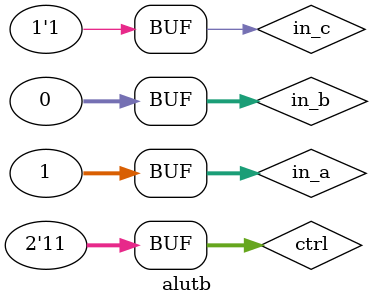
<source format=v>
`timescale 1ns / 1ps


module alutb(

    );
    reg [31:0] in_a, in_b;
    reg in_c;
    reg [1:0] ctrl;
    wire [31:0] alu_out;
    wire c_out;
    
    alu32bit uut(.in_a(in_a), .in_b(in_b), .in_c(in_c), .ctrl(ctrl), .c_out(c_out),
                .alu_out(alu_out));
                
    initial
    begin 
    ctrl=0;
    //in_a=7; in_b=15; in_c=0;
    in_a = 4'h0011; in_b=4'h0010; in_c = 0;
    #100
    
    ctrl=1;
    //in_a=7; in_b=15; in_c=1;
    in_a = 4'h0101; in_b=4'h0110; in_c = 1;
                 
    #100
    ctrl=2;
    in_a = 4'h0011; in_b=4'h0010; in_c = 0;
                 
    #100
    ctrl=3;
    //in_a=7; in_b=0; in_c=1;
    in_a = 4'h001; in_b=4'h000; in_c = 1;
    
    /**
    #100
    opcode = 5;
    in_a = 4'b0001; in_b = 4'b0011;
    
    #100
    opcode = 6;
    in_a = 4'b0111; in_b = 4'b0011;
    
    #100
    opcode = 7;
    in_a = 4'b0111; in_b = 4'b0011;
    
    
    #100
    opcode = 8;
    in_a = 4'b0111; in_b = 4'b0011;
    
    #100
    opcode = 9;
    in_a = 4'b0111; in_b = 4'b0011;
   
    #100
    opcode = 10;
    in_a = 4'b0111; in_b = 4'b0011;
    */
    end
    
endmodule

</source>
